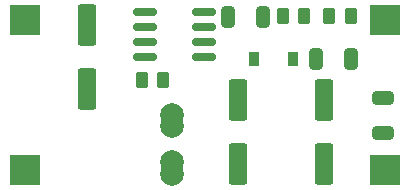
<source format=gts>
%TF.GenerationSoftware,KiCad,Pcbnew,(6.0.7)*%
%TF.CreationDate,2022-10-15T23:28:00+03:00*%
%TF.ProjectId,mc34063-step-down-dev-0.3,6d633334-3036-4332-9d73-7465702d646f,rev?*%
%TF.SameCoordinates,Original*%
%TF.FileFunction,Soldermask,Top*%
%TF.FilePolarity,Negative*%
%FSLAX46Y46*%
G04 Gerber Fmt 4.6, Leading zero omitted, Abs format (unit mm)*
G04 Created by KiCad (PCBNEW (6.0.7)) date 2022-10-15 23:28:00*
%MOMM*%
%LPD*%
G01*
G04 APERTURE LIST*
G04 Aperture macros list*
%AMRoundRect*
0 Rectangle with rounded corners*
0 $1 Rounding radius*
0 $2 $3 $4 $5 $6 $7 $8 $9 X,Y pos of 4 corners*
0 Add a 4 corners polygon primitive as box body*
4,1,4,$2,$3,$4,$5,$6,$7,$8,$9,$2,$3,0*
0 Add four circle primitives for the rounded corners*
1,1,$1+$1,$2,$3*
1,1,$1+$1,$4,$5*
1,1,$1+$1,$6,$7*
1,1,$1+$1,$8,$9*
0 Add four rect primitives between the rounded corners*
20,1,$1+$1,$2,$3,$4,$5,0*
20,1,$1+$1,$4,$5,$6,$7,0*
20,1,$1+$1,$6,$7,$8,$9,0*
20,1,$1+$1,$8,$9,$2,$3,0*%
G04 Aperture macros list end*
%ADD10R,2.500000X2.500000*%
%ADD11RoundRect,0.250000X-0.550000X1.500000X-0.550000X-1.500000X0.550000X-1.500000X0.550000X1.500000X0*%
%ADD12R,0.900000X1.200000*%
%ADD13RoundRect,0.250000X-0.325000X-0.650000X0.325000X-0.650000X0.325000X0.650000X-0.325000X0.650000X0*%
%ADD14RoundRect,0.250000X-0.650000X0.325000X-0.650000X-0.325000X0.650000X-0.325000X0.650000X0.325000X0*%
%ADD15C,2.000000*%
%ADD16RoundRect,0.250000X0.325000X0.650000X-0.325000X0.650000X-0.325000X-0.650000X0.325000X-0.650000X0*%
%ADD17RoundRect,0.250000X0.262500X0.450000X-0.262500X0.450000X-0.262500X-0.450000X0.262500X-0.450000X0*%
%ADD18RoundRect,0.150000X0.825000X0.150000X-0.825000X0.150000X-0.825000X-0.150000X0.825000X-0.150000X0*%
%ADD19RoundRect,0.250000X-0.262500X-0.450000X0.262500X-0.450000X0.262500X0.450000X-0.262500X0.450000X0*%
G04 APERTURE END LIST*
D10*
%TO.C,U5*%
X111760000Y-48260000D03*
%TD*%
D11*
%TO.C,Co1*%
X99364800Y-55059600D03*
X99364800Y-60459600D03*
%TD*%
D12*
%TO.C,D1*%
X100712000Y-51612800D03*
X104012000Y-51612800D03*
%TD*%
D13*
%TO.C,Ct1*%
X98550200Y-48006000D03*
X101500200Y-48006000D03*
%TD*%
D14*
%TO.C,Co4*%
X111658400Y-54913000D03*
X111658400Y-57863000D03*
%TD*%
D15*
%TO.C,U2*%
X93805000Y-61301000D03*
X93805000Y-60301000D03*
X93805000Y-56301000D03*
X93805000Y-57301000D03*
%TD*%
D16*
%TO.C,Co3*%
X108917000Y-51612800D03*
X105967000Y-51612800D03*
%TD*%
D11*
%TO.C,Ci1*%
X86563200Y-48735000D03*
X86563200Y-54135000D03*
%TD*%
%TO.C,Co2*%
X106603800Y-55059600D03*
X106603800Y-60459600D03*
%TD*%
D17*
%TO.C,R1*%
X108913300Y-47955200D03*
X107088300Y-47955200D03*
%TD*%
D18*
%TO.C,U1*%
X96455000Y-51435000D03*
X96455000Y-50165000D03*
X96455000Y-48895000D03*
X96455000Y-47625000D03*
X91505000Y-47625000D03*
X91505000Y-48895000D03*
X91505000Y-50165000D03*
X91505000Y-51435000D03*
%TD*%
D10*
%TO.C,U3*%
X81280000Y-48260000D03*
%TD*%
D17*
%TO.C,R2*%
X104976300Y-47955200D03*
X103151300Y-47955200D03*
%TD*%
D10*
%TO.C,U4*%
X81280000Y-60960000D03*
%TD*%
D19*
%TO.C,RSC1*%
X91187900Y-53340000D03*
X93012900Y-53340000D03*
%TD*%
D10*
%TO.C,U6*%
X111760000Y-60960000D03*
%TD*%
M02*

</source>
